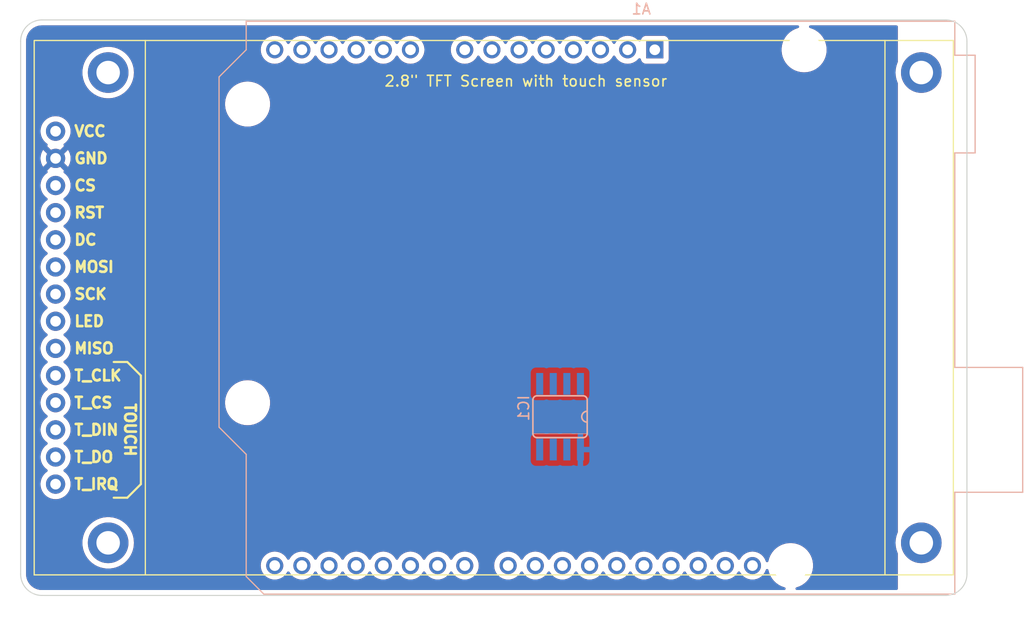
<source format=kicad_pcb>
(kicad_pcb (version 20211014) (generator pcbnew)
  (layers (0 "F.Cu" signal) (31 "B.Cu" signal) (34 "B.Paste" user) (35 "F.Paste" user) (36 "B.SilkS" user "B.Silkscreen") (37 "F.SilkS" user "F.Silkscreen") (38 "B.Mask" user) (39 "F.Mask" user) (44 "Edge.Cuts" user))
  (net 0 "")
  (net 2 "GND")
  (net 3 "+3.3V")
  (net 4 "CS_DISPLAY")
  (net 5 "RST_DISPLAY")
  (net 6 "DC_DISPLAY")
  (net 7 "MOSI")
  (net 8 "SCK")
  (net 9 "LED_DISPLAY")
  (net 10 "MISO")
  (net 11 "CS_TOUCH")
  (net 12 "IRQ_TOUCH")
  (net 13 "T-")
  (net 14 "T+")
  (net 15 "SCK_TEMP")
  (net 16 "CS_TEMP")
  (net 17 "DO_TEMP")
  (footprint "Library:ILI9341_PCB" (layer "F.Cu") (at 124 73 -90)
    (fp_text reference "J1")
    (fp_text value "Conn_01x14")
    (fp_text user "T_CLK" (at 6.35 39.37 unlocked) (layer "F.SilkS") (effects (font (thickness 0.25)) (justify left)))
    (fp_text user "T_CS" (at 8.89 39.37 unlocked) (layer "F.SilkS") (effects (font (thickness 0.25)) (justify left)))
    (fp_text user "MISO" (at 3.81 39.37 unlocked) (layer "F.SilkS") (effects (font (thickness 0.25)) (justify left)))
    (fp_text user "GND" (at -13.97 39.37 unlocked) (layer "F.SilkS") (effects (font (thickness 0.25)) (justify left)))
    (fp_text user "SCK" (at -1.27 39.37 unlocked) (layer "F.SilkS") (effects (font (thickness 0.25)) (justify left)))
    (fp_text user "T_DIN" (at 11.43 39.37 unlocked) (layer "F.SilkS") (effects (font (thickness 0.25)) (justify left)))
    (fp_text user "T_IRQ" (at 16.51 39.37 unlocked) (layer "F.SilkS") (effects (font (thickness 0.25)) (justify left)))
    (fp_text user "DC" (at -6.35 39.37 unlocked) (layer "F.SilkS") (effects (font (thickness 0.25)) (justify left)))
    (fp_text user "MOSI" (at -3.81 39.37 unlocked) (layer "F.SilkS") (effects (font (thickness 0.25)) (justify left)))
    (fp_text user "RST" (at -8.89 39.37 unlocked) (layer "F.SilkS") (effects (font (thickness 0.25)) (justify left)))
    (fp_text user "CS" (at -11.43 39.37 unlocked) (layer "F.SilkS") (effects (font (thickness 0.25)) (justify left)))
    (fp_text user "LED" (at 1.27 39.37 unlocked) (layer "F.SilkS") (effects (font (thickness 0.25)) (justify left)))
    (fp_text user "VCC" (at -16.51 39.37 unlocked) (layer "F.SilkS") (effects (font (thickness 0.25)) (justify left)))
    (fp_text user "T_DO" (at 13.97 39.37 unlocked) (layer "F.SilkS") (effects (font (thickness 0.25)) (justify left)))
    (fp_text user "TOUCH" (at 11.43 34.036 -90 unlocked) (layer "F.SilkS") (effects (font (thickness 0.25))))
    (fp_line (start 17.78 34.29) (end 17.78 35.56) (layer "F.SilkS") (width 0.2))
    (fp_line (start 5.08 34.29) (end 6.35 33.02) (layer "F.SilkS") (width 0.2))
    (fp_line (start -25 -36.6) (end 25 -36.6) (layer "F.SilkS") (width 0.12))
    (fp_line (start -25 32.6) (end 25 32.6) (layer "F.SilkS") (width 0.12))
    (fp_line (start 6.35 33.02) (end 16.51 33.02) (layer "F.SilkS") (width 0.2))
    (fp_line (start 16.51 33.02) (end 17.78 34.29) (layer "F.SilkS") (width 0.2))
    (fp_line (start 5.08 35.56) (end 5.08 34.29) (layer "F.SilkS") (width 0.2))
    (fp_rect (start 25 43) (end -25 -43) (layer "F.SilkS") (width 0.12) (fill none))
    (pad "" np_thru_hole circle (at 22 36.08 270) (size 3.8 3.8) (drill 2.2) (layers F&B.Cu *.Mask))
    (pad "" np_thru_hole circle (at -22 -40 270) (size 3.8 3.8) (drill 2.2) (layers F&B.Cu *.Mask))
    (pad "" np_thru_hole circle (at -22 36.08 270) (size 3.8 3.8) (drill 2.2) (layers F&B.Cu *.Mask))
    (pad "" np_thru_hole circle (at 22 -40 270) (size 3.8 3.8) (drill 2.2) (layers F&B.Cu *.Mask))
    (pad "1" thru_hole circle (at -16.51 41 270) (size 1.8 1.8) (drill 1) (layers *.Cu *.Mask) (net 3 "+3.3V"))
    (pad "2" thru_hole circle (at -13.97 41 270) (size 1.8 1.8) (drill 1) (layers *.Cu *.Mask) (net 2 "GND"))
    (pad "3" thru_hole circle (at -11.43 41 270) (size 1.8 1.8) (drill 1) (layers *.Cu *.Mask) (net 4 "CS_DISPLAY"))
    (pad "4" thru_hole circle (at -8.89 41 270) (size 1.8 1.8) (drill 1) (layers *.Cu *.Mask) (net 5 "RST_DISPLAY"))
    (pad "5" thru_hole circle (at -6.35 41 270) (size 1.8 1.8) (drill 1) (layers *.Cu *.Mask) (net 6 "DC_DISPLAY"))
    (pad "6" thru_hole circle (at -3.81 41 270) (size 1.8 1.8) (drill 1) (layers *.Cu *.Mask) (net 7 "MOSI"))
    (pad "7" thru_hole circle (at -1.27 41 270) (size 1.8 1.8) (drill 1) (layers *.Cu *.Mask) (net 8 "SCK"))
    (pad "8" thru_hole circle (at 1.27 41 270) (size 1.8 1.8) (drill 1) (layers *.Cu *.Mask) (net 9 "LED_DISPLAY"))
    (pad "9" thru_hole circle (at 3.81 41 270) (size 1.8 1.8) (drill 1) (layers *.Cu *.Mask) (net 10 "MISO"))
    (pad "10" thru_hole circle (at 6.35 41 270) (size 1.8 1.8) (drill 1) (layers *.Cu *.Mask) (net 8 "SCK"))
    (pad "11" thru_hole circle (at 8.89 41 270) (size 1.8 1.8) (drill 1) (layers *.Cu *.Mask) (net 11 "CS_TOUCH"))
    (pad "12" thru_hole circle (at 11.43 41 270) (size 1.8 1.8) (drill 1) (layers *.Cu *.Mask) (net 7 "MOSI"))
    (pad "13" thru_hole circle (at 13.97 41 270) (size 1.8 1.8) (drill 1) (layers *.Cu *.Mask) (net 10 "MISO"))
    (pad "14" thru_hole circle (at 16.51 41 270) (size 1.8 1.8) (drill 1) (layers *.Cu *.Mask) (net 12 "IRQ_TOUCH"))
  )
  (footprint "Library:SO08" (layer "B.Cu") (at 130.2 83.2 180)
    (fp_text reference "IC1" (at 3.4 0.8 90) (layer "B.SilkS") (effects (justify mirror)))
    (fp_text value "MAX6675")
    (fp_line (start -2.54 -1.6002) (end 2.54 -1.6002) (layer "B.SilkS") (width 0.0508))
    (fp_line (start 2.159 1.9558) (end -2.159 1.9558) (layer "B.SilkS") (width 0.1524))
    (fp_line (start -2.159 -1.9558) (end 2.159 -1.9558) (layer "B.SilkS") (width 0.1524))
    (fp_line (start -2.54 1.5748) (end -2.54 -1.5748) (layer "B.SilkS") (width 0.1524))
    (fp_line (start 2.54 -1.5748) (end 2.54 1.5748) (layer "B.SilkS") (width 0.1524))
    (fp_arc (start 2.54 1.5748) (mid 2.428408 1.844208) (end 2.159 1.9558) (layer "B.SilkS") (width 0.1524))
    (fp_arc (start -2.54 -1.5748) (mid -2.428408 -1.844208) (end -2.159 -1.9558) (layer "B.SilkS") (width 0.1524))
    (fp_arc (start -2.54 -0.508) (mid -2.032 0) (end -2.54 0.508) (layer "B.SilkS") (width 0.1524))
    (fp_arc (start 2.159 -1.9558) (mid 2.428408 -1.844208) (end 2.54 -1.5748) (layer "B.SilkS") (width 0.1524))
    (fp_arc (start -2.159 1.9558) (mid -2.428408 1.844208) (end -2.54 1.5748) (layer "B.SilkS") (width 0.1524))
    (pad "1" smd rect (at -1.905 -3.0734 180) (size 0.6604 2.032) (layers "B.Cu" "B.Paste" "B.Mask") (net 2 "GND"))
    (pad "2" smd rect (at -0.635 -3.0734 180) (size 0.6604 2.032) (layers "B.Cu" "B.Paste" "B.Mask") (net 13 "T-"))
    (pad "3" smd rect (at 0.635 -3.0734 180) (size 0.6604 2.032) (layers "B.Cu" "B.Paste" "B.Mask") (net 14 "T+"))
    (pad "4" smd rect (at 1.905 -3.0734 180) (size 0.6604 2.032) (layers "B.Cu" "B.Paste" "B.Mask") (net 3 "+3.3V"))
    (pad "5" smd rect (at 1.905 3.0734 180) (size 0.6604 2.032) (layers "B.Cu" "B.Paste" "B.Mask") (net 15 "SCK_TEMP"))
    (pad "6" smd rect (at 0.635 3.0734 180) (size 0.6604 2.032) (layers "B.Cu" "B.Paste" "B.Mask") (net 16 "CS_TEMP"))
    (pad "7" smd rect (at -0.635 3.0734 180) (size 0.6604 2.032) (layers "B.Cu" "B.Paste" "B.Mask") (net 17 "DO_TEMP"))
    (pad "8" smd rect (at -1.905 3.0734 180) (size 0.6604 2.032) (layers "B.Cu" "B.Paste" "B.Mask"))
  )
  (footprint "Module:Arduino_UNO_R3_WithMountingHoles" (layer "B.Cu") (at 139.065 48.87 180)
    (fp_text reference "A1" (at 1.27 3.81) (layer "B.SilkS") (effects (justify mirror)))
    (fp_text value "Arduino_UNO_R3")
    (fp_line (start -28.07 -0.51) (end -29.97 -0.51) (layer "B.SilkS") (width 0.12))
    (fp_line (start 36.58 -50.93) (end 38.23 -49.28) (layer "B.SilkS") (width 0.12))
    (fp_line (start 38.23 0) (end 38.23 2.67) (layer "B.SilkS") (width 0.12))
    (fp_line (start -28.07 -41.4) (end -28.07 -50.93) (layer "B.SilkS") (width 0.12))
    (fp_line (start 38.23 -37.85) (end 40.77 -35.31) (layer "B.SilkS") (width 0.12))
    (fp_line (start -28.07 -29.72) (end -34.42 -29.72) (layer "B.SilkS") (width 0.12))
    (fp_line (start -28.07 -50.93) (end 36.58 -50.93) (layer "B.SilkS") (width 0.12))
    (fp_line (start 38.23 -49.28) (end 38.23 -37.85) (layer "B.SilkS") (width 0.12))
    (fp_line (start 38.23 2.67) (end -28.07 2.67) (layer "B.SilkS") (width 0.12))
    (fp_line (start -28.07 2.67) (end -28.07 -0.51) (layer "B.SilkS") (width 0.12))
    (fp_line (start -28.07 -9.65) (end -28.07 -29.72) (layer "B.SilkS") (width 0.12))
    (fp_line (start 40.77 -35.31) (end 40.77 -2.54) (layer "B.SilkS") (width 0.12))
    (fp_line (start -29.97 -9.65) (end -28.07 -9.65) (layer "B.SilkS") (width 0.12))
    (fp_line (start -34.42 -29.72) (end -34.42 -41.4) (layer "B.SilkS") (width 0.12))
    (fp_line (start 40.77 -2.54) (end 38.23 0) (layer "B.SilkS") (width 0.12))
    (fp_line (start -29.97 -0.51) (end -29.97 -9.65) (layer "B.SilkS") (width 0.12))
    (fp_line (start -34.42 -41.4) (end -28.07 -41.4) (layer "B.SilkS") (width 0.12))
    (pad "" np_thru_hole circle (at 38.1 -33.02 90) (size 3.2 3.2) (drill 3.2) (layers *.Cu *.Mask))
    (pad "" np_thru_hole circle (at -12.7 -48.26 90) (size 3.2 3.2) (drill 3.2) (layers *.Cu *.Mask))
    (pad "" np_thru_hole circle (at -13.97 0 90) (size 3.2 3.2) (drill 3.2) (layers *.Cu *.Mask))
    (pad "" np_thru_hole circle (at 38.1 -5.08 90) (size 3.2 3.2) (drill 3.2) (layers *.Cu *.Mask))
    (pad "1" thru_hole rect (at 0 0 90) (size 1.6 1.6) (drill 1) (layers *.Cu *.Mask))
    (pad "2" thru_hole oval (at 2.54 0 90) (size 1.6 1.6) (drill 1) (layers *.Cu *.Mask))
    (pad "3" thru_hole oval (at 5.08 0 90) (size 1.6 1.6) (drill 1) (layers *.Cu *.Mask))
    (pad "4" thru_hole oval (at 7.62 0 90) (size 1.6 1.6) (drill 1) (layers *.Cu *.Mask))
    (pad "5" thru_hole oval (at 10.16 0 90) (size 1.6 1.6) (drill 1) (layers *.Cu *.Mask))
    (pad "6" thru_hole oval (at 12.7 0 90) (size 1.6 1.6) (drill 1) (layers *.Cu *.Mask))
    (pad "7" thru_hole oval (at 15.24 0 90) (size 1.6 1.6) (drill 1) (layers *.Cu *.Mask))
    (pad "8" thru_hole oval (at 17.78 0 90) (size 1.6 1.6) (drill 1) (layers *.Cu *.Mask))
    (pad "9" thru_hole oval (at 22.86 0 90) (size 1.6 1.6) (drill 1) (layers *.Cu *.Mask))
    (pad "10" thru_hole oval (at 25.4 0 90) (size 1.6 1.6) (drill 1) (layers *.Cu *.Mask))
    (pad "11" thru_hole oval (at 27.94 0 90) (size 1.6 1.6) (drill 1) (layers *.Cu *.Mask))
    (pad "12" thru_hole oval (at 30.48 0 90) (size 1.6 1.6) (drill 1) (layers *.Cu *.Mask))
    (pad "13" thru_hole oval (at 33.02 0 90) (size 1.6 1.6) (drill 1) (layers *.Cu *.Mask))
    (pad "14" thru_hole oval (at 35.56 0 90) (size 1.6 1.6) (drill 1) (layers *.Cu *.Mask))
    (pad "15" thru_hole oval (at 35.56 -48.26 90) (size 1.6 1.6) (drill 1) (layers *.Cu *.Mask))
    (pad "16" thru_hole oval (at 33.02 -48.26 90) (size 1.6 1.6) (drill 1) (layers *.Cu *.Mask))
    (pad "17" thru_hole oval (at 30.48 -48.26 90) (size 1.6 1.6) (drill 1) (layers *.Cu *.Mask))
    (pad "18" thru_hole oval (at 27.94 -48.26 90) (size 1.6 1.6) (drill 1) (layers *.Cu *.Mask))
    (pad "19" thru_hole oval (at 25.4 -48.26 90) (size 1.6 1.6) (drill 1) (layers *.Cu *.Mask))
    (pad "20" thru_hole oval (at 22.86 -48.26 90) (size 1.6 1.6) (drill 1) (layers *.Cu *.Mask))
    (pad "21" thru_hole oval (at 20.32 -48.26 90) (size 1.6 1.6) (drill 1) (layers *.Cu *.Mask))
    (pad "22" thru_hole oval (at 17.78 -48.26 90) (size 1.6 1.6) (drill 1) (layers *.Cu *.Mask))
    (pad "23" thru_hole oval (at 13.72 -48.26 90) (size 1.6 1.6) (drill 1) (layers *.Cu *.Mask))
    (pad "24" thru_hole oval (at 11.18 -48.26 90) (size 1.6 1.6) (drill 1) (layers *.Cu *.Mask))
    (pad "25" thru_hole oval (at 8.64 -48.26 90) (size 1.6 1.6) (drill 1) (layers *.Cu *.Mask))
    (pad "26" thru_hole oval (at 6.1 -48.26 90) (size 1.6 1.6) (drill 1) (layers *.Cu *.Mask))
    (pad "27" thru_hole oval (at 3.56 -48.26 90) (size 1.6 1.6) (drill 1) (layers *.Cu *.Mask))
    (pad "28" thru_hole oval (at 1.02 -48.26 90) (size 1.6 1.6) (drill 1) (layers *.Cu *.Mask))
    (pad "29" thru_hole oval (at -1.52 -48.26 90) (size 1.6 1.6) (drill 1) (layers *.Cu *.Mask))
    (pad "30" thru_hole oval (at -4.06 -48.26 90) (size 1.6 1.6) (drill 1) (layers *.Cu *.Mask))
    (pad "31" thru_hole oval (at -6.6 -48.26 90) (size 1.6 1.6) (drill 1) (layers *.Cu *.Mask))
    (pad "32" thru_hole oval (at -9.14 -48.26 90) (size 1.6 1.6) (drill 1) (layers *.Cu *.Mask))
  )
  (gr_line (start 81.73 99.9236) (end 166.27 99.9236) (layer "Edge.Cuts") (width 0.1))
  (gr_line (start 166.27 46.0756) (end 81.73 46.0756) (layer "Edge.Cuts") (width 0.1))
  (gr_arc (start 166.27 46.0756) (mid 167.684214 46.661386) (end 168.27 48.0756) (layer "Edge.Cuts") (width 0.1))
  (gr_line (start 79.73 48.0756) (end 79.73 97.9236) (layer "Edge.Cuts") (width 0.1))
  (gr_arc (start 79.73 48.0756) (mid 80.315786 46.661386) (end 81.73 46.0756) (layer "Edge.Cuts") (width 0.1))
  (gr_arc (start 81.73 99.9236) (mid 80.315786 99.337814) (end 79.73 97.9236) (layer "Edge.Cuts") (width 0.1))
  (gr_arc (start 168.27 97.9236) (mid 167.684214 99.337814) (end 166.27 99.9236) (layer "Edge.Cuts") (width 0.1))
  (gr_line (start 168.27 97.9236) (end 168.27 48.0756) (layer "Edge.Cuts") (width 0.1))
  (gr_text "2.8{dblquote} TFT Screen with touch sensor" (at 127 51.8) (layer "F.SilkS") (effects (font (size 1 1))))
  (segment (start 97.6 55.318) (end 97.6 55.225) (width 0.25) (layer "B.Cu") (net 2))
  (zone (net 0) (net_name "") (layers F&B.Cu "Edge.Cuts") (connect_pads (clearance 0)) (min_thickness 0.254)
    (keepout (tracks not_allowed) (vias not_allowed) (pads not_allowed) (copperpour not_allowed) (footprints not_allowed))
    (fill (thermal_gap 0.508) (thermal_bridge_width 0.508))
    (polygon (pts (xy 173.6 103.6) (xy 161.8 103.6) (xy 161.8 46) (xy 173.6 46)))
  )
  (zone (net 2) (net_name "GND") (layers F&B.Cu) (connect_pads (clearance 0.508)) (min_thickness 0.254) (fill yes (thermal_gap 0.508) (thermal_bridge_width 0.508))
    (polygon (pts (xy 173.6 103.6) (xy 78 103.6) (xy 78 46) (xy 173.6 46)))
  )
)
</source>
